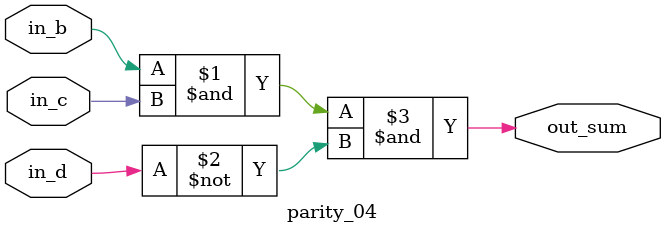
<source format=v>
module parity_04(
    in_b,
    in_c,
    in_d,
    out_sum
);

input in_b;
input in_c;
input in_d;
output out_sum;

assign out_sum = in_b & in_c & (~in_d);

endmodule
</source>
